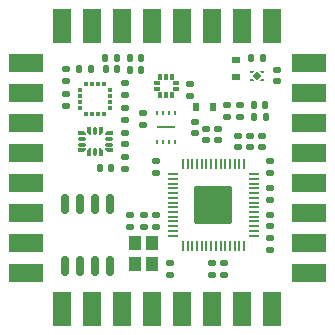
<source format=gts>
G04 #@! TF.GenerationSoftware,KiCad,Pcbnew,(6.0.5)*
G04 #@! TF.CreationDate,2022-08-03T23:35:42+05:30*
G04 #@! TF.ProjectId,picofusion,7069636f-6675-4736-996f-6e2e6b696361,rev?*
G04 #@! TF.SameCoordinates,Original*
G04 #@! TF.FileFunction,Soldermask,Top*
G04 #@! TF.FilePolarity,Negative*
%FSLAX46Y46*%
G04 Gerber Fmt 4.6, Leading zero omitted, Abs format (unit mm)*
G04 Created by KiCad (PCBNEW (6.0.5)) date 2022-08-03 23:35:42*
%MOMM*%
%LPD*%
G01*
G04 APERTURE LIST*
G04 Aperture macros list*
%AMRoundRect*
0 Rectangle with rounded corners*
0 $1 Rounding radius*
0 $2 $3 $4 $5 $6 $7 $8 $9 X,Y pos of 4 corners*
0 Add a 4 corners polygon primitive as box body*
4,1,4,$2,$3,$4,$5,$6,$7,$8,$9,$2,$3,0*
0 Add four circle primitives for the rounded corners*
1,1,$1+$1,$2,$3*
1,1,$1+$1,$4,$5*
1,1,$1+$1,$6,$7*
1,1,$1+$1,$8,$9*
0 Add four rect primitives between the rounded corners*
20,1,$1+$1,$2,$3,$4,$5,0*
20,1,$1+$1,$4,$5,$6,$7,0*
20,1,$1+$1,$6,$7,$8,$9,0*
20,1,$1+$1,$8,$9,$2,$3,0*%
%AMRotRect*
0 Rectangle, with rotation*
0 The origin of the aperture is its center*
0 $1 length*
0 $2 width*
0 $3 Rotation angle, in degrees counterclockwise*
0 Add horizontal line*
21,1,$1,$2,0,0,$3*%
%AMFreePoly0*
4,1,48,0.036020,0.199191,0.037970,0.199714,0.040958,0.198321,0.057086,0.195477,0.069630,0.184951,0.084467,0.178033,0.290533,-0.028033,0.293203,-0.031847,0.294953,-0.032857,0.296081,-0.035957,0.305473,-0.049370,0.306900,-0.065680,0.312500,-0.081066,0.312500,-0.125000,0.310782,-0.134742,0.311361,-0.138024,0.309695,-0.140910,0.307977,-0.150652,0.295451,-0.165579,0.285709,-0.182453,
0.279350,-0.184767,0.275000,-0.189952,0.255809,-0.193336,0.237500,-0.200000,-0.237500,-0.200000,-0.247242,-0.198282,-0.250524,-0.198861,-0.253410,-0.197195,-0.263152,-0.195477,-0.278079,-0.182951,-0.294953,-0.173209,-0.297267,-0.166850,-0.302452,-0.162500,-0.305836,-0.143309,-0.312500,-0.125000,-0.312500,0.125000,-0.310782,0.134742,-0.311361,0.138024,-0.309695,0.140910,-0.307977,0.150652,
-0.295451,0.165579,-0.285709,0.182453,-0.279350,0.184767,-0.275000,0.189952,-0.255809,0.193336,-0.237500,0.200000,0.031434,0.200000,0.036020,0.199191,0.036020,0.199191,$1*%
%AMFreePoly1*
4,1,48,0.247242,0.198282,0.250524,0.198861,0.253410,0.197195,0.263152,0.195477,0.278079,0.182951,0.294953,0.173209,0.297267,0.166850,0.302452,0.162500,0.305836,0.143309,0.312500,0.125000,0.312500,0.081066,0.311691,0.076480,0.312214,0.074529,0.310820,0.071540,0.307977,0.055414,0.297452,0.042871,0.290533,0.028033,0.084467,-0.178033,0.080653,-0.180703,0.079643,-0.182453,
0.076543,-0.183581,0.063130,-0.192973,0.046819,-0.194400,0.031434,-0.200000,-0.237500,-0.200000,-0.247242,-0.198282,-0.250524,-0.198861,-0.253410,-0.197195,-0.263152,-0.195477,-0.278079,-0.182951,-0.294953,-0.173209,-0.297267,-0.166850,-0.302452,-0.162500,-0.305836,-0.143309,-0.312500,-0.125000,-0.312500,0.125000,-0.310782,0.134742,-0.311361,0.138024,-0.309695,0.140910,-0.307977,0.150652,
-0.295451,0.165579,-0.285709,0.182453,-0.279350,0.184767,-0.275000,0.189952,-0.255809,0.193336,-0.237500,0.200000,0.237500,0.200000,0.247242,0.198282,0.247242,0.198282,$1*%
%AMFreePoly2*
4,1,48,0.134742,0.310782,0.138024,0.311361,0.140910,0.309695,0.150652,0.307977,0.165579,0.295451,0.182453,0.285709,0.184767,0.279350,0.189952,0.275000,0.193336,0.255809,0.200000,0.237500,0.200000,-0.237500,0.198282,-0.247242,0.198861,-0.250524,0.197195,-0.253410,0.195477,-0.263152,0.182951,-0.278079,0.173209,-0.294953,0.166850,-0.297267,0.162500,-0.302452,0.143309,-0.305836,
0.125000,-0.312500,-0.125000,-0.312500,-0.134742,-0.310782,-0.138024,-0.311361,-0.140910,-0.309695,-0.150652,-0.307977,-0.165579,-0.295451,-0.182453,-0.285709,-0.184767,-0.279350,-0.189952,-0.275000,-0.193336,-0.255809,-0.200000,-0.237500,-0.200000,0.031434,-0.199191,0.036020,-0.199714,0.037970,-0.198321,0.040958,-0.195477,0.057086,-0.184951,0.069630,-0.178033,0.084467,0.028033,0.290533,
0.031847,0.293203,0.032857,0.294953,0.035957,0.296081,0.049370,0.305473,0.065680,0.306900,0.081066,0.312500,0.125000,0.312500,0.134742,0.310782,0.134742,0.310782,$1*%
%AMFreePoly3*
4,1,48,-0.076480,0.311691,-0.074530,0.312214,-0.071542,0.310821,-0.055414,0.307977,-0.042870,0.297451,-0.028033,0.290533,0.178033,0.084467,0.180703,0.080653,0.182453,0.079643,0.183581,0.076543,0.192973,0.063130,0.194400,0.046820,0.200000,0.031434,0.200000,-0.237500,0.198282,-0.247242,0.198861,-0.250524,0.197195,-0.253410,0.195477,-0.263152,0.182951,-0.278079,0.173209,-0.294953,
0.166850,-0.297267,0.162500,-0.302452,0.143309,-0.305836,0.125000,-0.312500,-0.125000,-0.312500,-0.134742,-0.310782,-0.138024,-0.311361,-0.140910,-0.309695,-0.150652,-0.307977,-0.165579,-0.295451,-0.182453,-0.285709,-0.184767,-0.279350,-0.189952,-0.275000,-0.193336,-0.255809,-0.200000,-0.237500,-0.200000,0.237500,-0.198282,0.247242,-0.198861,0.250524,-0.197195,0.253410,-0.195477,0.263152,
-0.182951,0.278079,-0.173209,0.294953,-0.166850,0.297267,-0.162500,0.302452,-0.143309,0.305836,-0.125000,0.312500,-0.081066,0.312500,-0.076480,0.311691,-0.076480,0.311691,$1*%
%AMFreePoly4*
4,1,48,0.247242,0.198282,0.250524,0.198861,0.253410,0.197195,0.263152,0.195477,0.278079,0.182951,0.294953,0.173209,0.297267,0.166850,0.302452,0.162500,0.305836,0.143309,0.312500,0.125000,0.312500,-0.125000,0.310782,-0.134742,0.311361,-0.138024,0.309695,-0.140910,0.307977,-0.150652,0.295451,-0.165579,0.285709,-0.182453,0.279350,-0.184767,0.275000,-0.189952,0.255809,-0.193336,
0.237500,-0.200000,-0.031434,-0.200000,-0.036020,-0.199191,-0.037971,-0.199714,-0.040960,-0.198320,-0.057086,-0.195477,-0.069629,-0.184952,-0.084467,-0.178033,-0.290533,0.028033,-0.293203,0.031847,-0.294953,0.032857,-0.296081,0.035957,-0.305473,0.049370,-0.306900,0.065681,-0.312500,0.081066,-0.312500,0.125000,-0.310782,0.134742,-0.311361,0.138024,-0.309695,0.140910,-0.307977,0.150652,
-0.295451,0.165579,-0.285709,0.182453,-0.279350,0.184767,-0.275000,0.189952,-0.255809,0.193336,-0.237500,0.200000,0.237500,0.200000,0.247242,0.198282,0.247242,0.198282,$1*%
%AMFreePoly5*
4,1,48,0.247242,0.198282,0.250524,0.198861,0.253410,0.197195,0.263152,0.195477,0.278079,0.182951,0.294953,0.173209,0.297267,0.166850,0.302452,0.162500,0.305836,0.143309,0.312500,0.125000,0.312500,-0.125000,0.310782,-0.134742,0.311361,-0.138024,0.309695,-0.140910,0.307977,-0.150652,0.295451,-0.165579,0.285709,-0.182453,0.279350,-0.184767,0.275000,-0.189952,0.255809,-0.193336,
0.237500,-0.200000,-0.237500,-0.200000,-0.247242,-0.198282,-0.250524,-0.198861,-0.253410,-0.197195,-0.263152,-0.195477,-0.278079,-0.182951,-0.294953,-0.173209,-0.297267,-0.166850,-0.302452,-0.162500,-0.305836,-0.143309,-0.312500,-0.125000,-0.312500,-0.081066,-0.311691,-0.076480,-0.312214,-0.074530,-0.310821,-0.071542,-0.307977,-0.055414,-0.297451,-0.042870,-0.290533,-0.028033,-0.084467,0.178033,
-0.080653,0.180703,-0.079643,0.182453,-0.076543,0.183581,-0.063130,0.192973,-0.046820,0.194400,-0.031434,0.200000,0.237500,0.200000,0.247242,0.198282,0.247242,0.198282,$1*%
%AMFreePoly6*
4,1,48,0.134742,0.310782,0.138024,0.311361,0.140910,0.309695,0.150652,0.307977,0.165579,0.295451,0.182453,0.285709,0.184767,0.279350,0.189952,0.275000,0.193336,0.255809,0.200000,0.237500,0.200000,-0.031434,0.199191,-0.036020,0.199714,-0.037971,0.198320,-0.040960,0.195477,-0.057086,0.184952,-0.069629,0.178033,-0.084467,-0.028033,-0.290533,-0.031847,-0.293203,-0.032857,-0.294953,
-0.035957,-0.296081,-0.049370,-0.305473,-0.065681,-0.306900,-0.081066,-0.312500,-0.125000,-0.312500,-0.134742,-0.310782,-0.138024,-0.311361,-0.140910,-0.309695,-0.150652,-0.307977,-0.165579,-0.295451,-0.182453,-0.285709,-0.184767,-0.279350,-0.189952,-0.275000,-0.193336,-0.255809,-0.200000,-0.237500,-0.200000,0.237500,-0.198282,0.247242,-0.198861,0.250524,-0.197195,0.253410,-0.195477,0.263152,
-0.182951,0.278079,-0.173209,0.294953,-0.166850,0.297267,-0.162500,0.302452,-0.143309,0.305836,-0.125000,0.312500,0.125000,0.312500,0.134742,0.310782,0.134742,0.310782,$1*%
%AMFreePoly7*
4,1,48,0.134742,0.310782,0.138024,0.311361,0.140910,0.309695,0.150652,0.307977,0.165579,0.295451,0.182453,0.285709,0.184767,0.279350,0.189952,0.275000,0.193336,0.255809,0.200000,0.237500,0.200000,-0.237500,0.198282,-0.247242,0.198861,-0.250524,0.197195,-0.253410,0.195477,-0.263152,0.182951,-0.278079,0.173209,-0.294953,0.166850,-0.297267,0.162500,-0.302452,0.143309,-0.305836,
0.125000,-0.312500,0.081066,-0.312500,0.076480,-0.311691,0.074529,-0.312214,0.071540,-0.310820,0.055414,-0.307977,0.042871,-0.297452,0.028033,-0.290533,-0.178033,-0.084467,-0.180703,-0.080653,-0.182453,-0.079643,-0.183581,-0.076543,-0.192973,-0.063130,-0.194400,-0.046819,-0.200000,-0.031434,-0.200000,0.237500,-0.198282,0.247242,-0.198861,0.250524,-0.197195,0.253410,-0.195477,0.263152,
-0.182951,0.278079,-0.173209,0.294953,-0.166850,0.297267,-0.162500,0.302452,-0.143309,0.305836,-0.125000,0.312500,0.125000,0.312500,0.134742,0.310782,0.134742,0.310782,$1*%
%AMFreePoly8*
4,1,6,0.180000,0.075000,0.000000,-0.105000,-0.180000,-0.105000,-0.180000,0.105000,0.180000,0.105000,0.180000,0.075000,0.180000,0.075000,$1*%
%AMFreePoly9*
4,1,6,0.180000,-0.105000,-0.180000,-0.105000,-0.180000,-0.075000,0.000000,0.105000,0.180000,0.105000,0.180000,-0.105000,0.180000,-0.105000,$1*%
%AMFreePoly10*
4,1,6,0.180000,-0.075000,0.180000,-0.105000,-0.180000,-0.105000,-0.180000,0.105000,0.000000,0.105000,0.180000,-0.075000,0.180000,-0.075000,$1*%
%AMFreePoly11*
4,1,6,0.180000,-0.105000,0.000000,-0.105000,-0.180000,0.075000,-0.180000,0.105000,0.180000,0.105000,0.180000,-0.105000,0.180000,-0.105000,$1*%
G04 Aperture macros list end*
%ADD10RoundRect,0.140000X-0.140000X-0.170000X0.140000X-0.170000X0.140000X0.170000X-0.140000X0.170000X0*%
%ADD11RoundRect,0.135000X-0.135000X-0.185000X0.135000X-0.185000X0.135000X0.185000X-0.135000X0.185000X0*%
%ADD12RoundRect,0.140000X0.170000X-0.140000X0.170000X0.140000X-0.170000X0.140000X-0.170000X-0.140000X0*%
%ADD13RoundRect,0.147500X0.147500X0.172500X-0.147500X0.172500X-0.147500X-0.172500X0.147500X-0.172500X0*%
%ADD14R,0.600000X0.700000*%
%ADD15R,1.600000X0.200000*%
%ADD16R,0.250000X0.300000*%
%ADD17C,1.350000*%
%ADD18R,1.600000X3.000000*%
%ADD19O,1.350000X1.350000*%
%ADD20RoundRect,0.140000X-0.170000X0.140000X-0.170000X-0.140000X0.170000X-0.140000X0.170000X0.140000X0*%
%ADD21R,0.450000X0.300000*%
%ADD22R,0.300000X0.450000*%
%ADD23FreePoly0,0.000000*%
%ADD24RoundRect,0.100000X-0.212500X-0.100000X0.212500X-0.100000X0.212500X0.100000X-0.212500X0.100000X0*%
%ADD25FreePoly1,0.000000*%
%ADD26FreePoly2,0.000000*%
%ADD27RoundRect,0.100000X-0.100000X-0.212500X0.100000X-0.212500X0.100000X0.212500X-0.100000X0.212500X0*%
%ADD28FreePoly3,0.000000*%
%ADD29FreePoly4,0.000000*%
%ADD30FreePoly5,0.000000*%
%ADD31FreePoly6,0.000000*%
%ADD32FreePoly7,0.000000*%
%ADD33R,3.000000X1.600000*%
%ADD34RoundRect,0.135000X0.185000X-0.135000X0.185000X0.135000X-0.185000X0.135000X-0.185000X-0.135000X0*%
%ADD35FreePoly8,0.000000*%
%ADD36FreePoly9,0.000000*%
%ADD37FreePoly10,0.000000*%
%ADD38FreePoly11,0.000000*%
%ADD39RotRect,0.480000X0.480000X45.000000*%
%ADD40RoundRect,0.014000X-0.181000X-0.161000X0.181000X-0.161000X0.181000X0.161000X-0.181000X0.161000X0*%
%ADD41RoundRect,0.017500X-0.157500X-0.177500X0.157500X-0.177500X0.157500X0.177500X-0.157500X0.177500X0*%
%ADD42RoundRect,0.135000X-0.185000X0.135000X-0.185000X-0.135000X0.185000X-0.135000X0.185000X0.135000X0*%
%ADD43RoundRect,0.135000X0.135000X0.185000X-0.135000X0.185000X-0.135000X-0.185000X0.135000X-0.185000X0*%
%ADD44R,1.000000X1.150000*%
%ADD45RoundRect,0.140000X0.140000X0.170000X-0.140000X0.170000X-0.140000X-0.170000X0.140000X-0.170000X0*%
%ADD46RoundRect,0.150000X0.150000X-0.675000X0.150000X0.675000X-0.150000X0.675000X-0.150000X-0.675000X0*%
%ADD47RoundRect,0.050000X-0.387500X-0.050000X0.387500X-0.050000X0.387500X0.050000X-0.387500X0.050000X0*%
%ADD48RoundRect,0.050000X-0.050000X-0.387500X0.050000X-0.387500X0.050000X0.387500X-0.050000X0.387500X0*%
%ADD49RoundRect,0.144000X-1.456000X-1.456000X1.456000X-1.456000X1.456000X1.456000X-1.456000X1.456000X0*%
%ADD50R,0.700000X0.600000*%
G04 APERTURE END LIST*
D10*
G04 #@! TO.C,C11*
X156820000Y-30700000D03*
X157780000Y-30700000D03*
G04 #@! TD*
D11*
G04 #@! TO.C,R9*
X152545000Y-31687500D03*
X153565000Y-31687500D03*
G04 #@! TD*
D12*
G04 #@! TO.C,C17*
X156400000Y-40107500D03*
X156400000Y-39147500D03*
G04 #@! TD*
G04 #@! TO.C,C1*
X162300000Y-37100000D03*
X162300000Y-36140000D03*
G04 #@! TD*
D13*
G04 #@! TO.C,D2*
X168285000Y-34700000D03*
X167315000Y-34700000D03*
G04 #@! TD*
D12*
G04 #@! TO.C,C10*
X163300000Y-37680000D03*
X163300000Y-36720000D03*
G04 #@! TD*
D14*
G04 #@! TO.C,D1*
X163850000Y-34850000D03*
X162450000Y-34850000D03*
G04 #@! TD*
D15*
G04 #@! TO.C,U1*
X159900000Y-36600000D03*
D16*
X159150000Y-37800000D03*
X159650000Y-37800000D03*
X160150000Y-37800000D03*
X160650000Y-37800000D03*
X160650000Y-35400000D03*
X160150000Y-35400000D03*
X159650000Y-35400000D03*
X159150000Y-35400000D03*
G04 #@! TD*
D17*
G04 #@! TO.C,J4*
X151110000Y-52750000D03*
X151110000Y-51250000D03*
D18*
X151110000Y-52000000D03*
D19*
X153650000Y-52750000D03*
D18*
X153650000Y-52000000D03*
D19*
X153650000Y-51250000D03*
D18*
X156190000Y-51976000D03*
D19*
X156190000Y-51226000D03*
X156190000Y-52726000D03*
X158730000Y-51250000D03*
X158730000Y-52750000D03*
D18*
X158730000Y-52000000D03*
D19*
X161270000Y-51250000D03*
X161270000Y-52750000D03*
D18*
X161270000Y-52000000D03*
D19*
X163810000Y-51250000D03*
X163810000Y-52750000D03*
D18*
X163810000Y-52000000D03*
X166350000Y-52000000D03*
D19*
X166350000Y-52750000D03*
X166350000Y-51250000D03*
X168890000Y-52750000D03*
D18*
X168890000Y-52000000D03*
D19*
X168890000Y-51250000D03*
G04 #@! TD*
D20*
G04 #@! TO.C,C4*
X157900000Y-35400000D03*
X157900000Y-36360000D03*
G04 #@! TD*
D12*
G04 #@! TO.C,C5*
X157985600Y-44996800D03*
X157985600Y-44036800D03*
G04 #@! TD*
G04 #@! TO.C,C27*
X156817200Y-44996800D03*
X156817200Y-44036800D03*
G04 #@! TD*
G04 #@! TO.C,C25*
X168000000Y-38300000D03*
X168000000Y-37340000D03*
G04 #@! TD*
D21*
G04 #@! TO.C,U5*
X152600000Y-33437500D03*
X152600000Y-33937500D03*
X152600000Y-34437500D03*
X152600000Y-34937500D03*
D22*
X153125000Y-35462500D03*
X153625000Y-35462500D03*
X154125000Y-35462500D03*
X154625000Y-35462500D03*
D21*
X155150000Y-34937500D03*
X155150000Y-34437500D03*
X155150000Y-33937500D03*
X155150000Y-33437500D03*
D22*
X154625000Y-32912500D03*
X154125000Y-32912500D03*
X153625000Y-32912500D03*
X153125000Y-32912500D03*
G04 #@! TD*
D23*
G04 #@! TO.C,U4*
X152737500Y-37050000D03*
D24*
X152737500Y-37550000D03*
X152737500Y-38050000D03*
D25*
X152737500Y-38550000D03*
D26*
X153400000Y-38712500D03*
D27*
X153900000Y-38712500D03*
D28*
X154400000Y-38712500D03*
D29*
X155062500Y-38550000D03*
D24*
X155062500Y-38050000D03*
X155062500Y-37550000D03*
D30*
X155062500Y-37050000D03*
D31*
X154400000Y-36887500D03*
D27*
X153900000Y-36887500D03*
D32*
X153400000Y-36887500D03*
G04 #@! TD*
D17*
G04 #@! TO.C,J2*
X171250000Y-31110000D03*
X172750000Y-31110000D03*
D33*
X172000000Y-31110000D03*
X172000000Y-33650000D03*
D19*
X172750000Y-33650000D03*
X171250000Y-33650000D03*
X172774000Y-36190000D03*
D33*
X172024000Y-36190000D03*
D19*
X171274000Y-36190000D03*
X172750000Y-38730000D03*
X171250000Y-38730000D03*
D33*
X172000000Y-38730000D03*
D19*
X172750000Y-41270000D03*
X171250000Y-41270000D03*
D33*
X172000000Y-41270000D03*
D19*
X172750000Y-43810000D03*
D33*
X172000000Y-43810000D03*
D19*
X171250000Y-43810000D03*
D33*
X172000000Y-46350000D03*
D19*
X172750000Y-46350000D03*
X171250000Y-46350000D03*
D33*
X172000000Y-48890000D03*
D19*
X172750000Y-48890000D03*
X171250000Y-48890000D03*
G04 #@! TD*
D20*
G04 #@! TO.C,C9*
X163800000Y-48120000D03*
X163800000Y-49080000D03*
G04 #@! TD*
G04 #@! TO.C,C18*
X156400000Y-37067500D03*
X156400000Y-38027500D03*
G04 #@! TD*
D34*
G04 #@! TO.C,R2*
X165057500Y-35700000D03*
X165057500Y-34680000D03*
G04 #@! TD*
D12*
G04 #@! TO.C,C26*
X164300000Y-37680000D03*
X164300000Y-36720000D03*
G04 #@! TD*
D20*
G04 #@! TO.C,C8*
X160200000Y-48120000D03*
X160200000Y-49080000D03*
G04 #@! TD*
D35*
G04 #@! TO.C,U3*
X167140000Y-31900000D03*
D36*
X168000000Y-32550000D03*
D37*
X167140000Y-32550000D03*
D38*
X168000000Y-31900000D03*
D39*
X167570000Y-32225000D03*
G04 #@! TD*
D12*
G04 #@! TO.C,C20*
X156400000Y-33827500D03*
X156400000Y-32867500D03*
G04 #@! TD*
D20*
G04 #@! TO.C,C6*
X159000000Y-44036800D03*
X159000000Y-44996800D03*
G04 #@! TD*
D40*
G04 #@! TO.C,U6*
X159130000Y-32850000D03*
X159130000Y-33350000D03*
D41*
X159410000Y-33880000D03*
X159910000Y-33880000D03*
X160410000Y-33880000D03*
D40*
X160690000Y-33350000D03*
X160690000Y-32850000D03*
D41*
X160410000Y-32320000D03*
X159910000Y-32320000D03*
X159410000Y-32320000D03*
G04 #@! TD*
D12*
G04 #@! TO.C,C14*
X169270000Y-32705000D03*
X169270000Y-31745000D03*
G04 #@! TD*
D42*
G04 #@! TO.C,R8*
X151400000Y-31637500D03*
X151400000Y-32657500D03*
G04 #@! TD*
D34*
G04 #@! TO.C,R7*
X156400000Y-35957500D03*
X156400000Y-34937500D03*
G04 #@! TD*
D10*
G04 #@! TO.C,C16*
X167090000Y-30725000D03*
X168050000Y-30725000D03*
G04 #@! TD*
D17*
G04 #@! TO.C,J3*
X147250000Y-31110000D03*
D33*
X148000000Y-31110000D03*
D17*
X148750000Y-31110000D03*
D33*
X148000000Y-33650000D03*
D19*
X147250000Y-33650000D03*
X148750000Y-33650000D03*
X148774000Y-36190000D03*
X147274000Y-36190000D03*
D33*
X148024000Y-36190000D03*
X148000000Y-38730000D03*
D19*
X147250000Y-38730000D03*
X148750000Y-38730000D03*
D33*
X148000000Y-41270000D03*
D19*
X148750000Y-41270000D03*
X147250000Y-41270000D03*
X148750000Y-43810000D03*
D33*
X148000000Y-43810000D03*
D19*
X147250000Y-43810000D03*
X147250000Y-46350000D03*
X148750000Y-46350000D03*
D33*
X148000000Y-46350000D03*
D19*
X147250000Y-48890000D03*
X148750000Y-48890000D03*
D33*
X148000000Y-48890000D03*
G04 #@! TD*
D10*
G04 #@! TO.C,C21*
X154757500Y-31687500D03*
X155717500Y-31687500D03*
G04 #@! TD*
D20*
G04 #@! TO.C,C15*
X168680000Y-44020000D03*
X168680000Y-44980000D03*
G04 #@! TD*
D42*
G04 #@! TO.C,R5*
X168680000Y-45990000D03*
X168680000Y-47010000D03*
G04 #@! TD*
D12*
G04 #@! TO.C,C7*
X159000000Y-40432500D03*
X159000000Y-39472500D03*
G04 #@! TD*
G04 #@! TO.C,C12*
X151400000Y-34767500D03*
X151400000Y-33807500D03*
G04 #@! TD*
D17*
G04 #@! TO.C,J1*
X151110000Y-27250000D03*
X151110000Y-28750000D03*
D18*
X151110000Y-28000000D03*
D19*
X153650000Y-28750000D03*
D18*
X153650000Y-28000000D03*
D19*
X153650000Y-27250000D03*
X156190000Y-27226000D03*
D18*
X156190000Y-27976000D03*
D19*
X156190000Y-28726000D03*
D18*
X158730000Y-28000000D03*
D19*
X158730000Y-27250000D03*
X158730000Y-28750000D03*
D18*
X161270000Y-28000000D03*
D19*
X161270000Y-27250000D03*
X161270000Y-28750000D03*
X163810000Y-28750000D03*
D18*
X163810000Y-28000000D03*
D19*
X163810000Y-27250000D03*
X166350000Y-28750000D03*
D18*
X166350000Y-28000000D03*
D19*
X166350000Y-27250000D03*
X168890000Y-27250000D03*
D18*
X168890000Y-28000000D03*
D19*
X168890000Y-28750000D03*
G04 #@! TD*
D12*
G04 #@! TO.C,C13*
X167000000Y-38300000D03*
X167000000Y-37340000D03*
G04 #@! TD*
D34*
G04 #@! TO.C,R4*
X168690000Y-42710000D03*
X168690000Y-41690000D03*
G04 #@! TD*
D43*
G04 #@! TO.C,R6*
X168310000Y-35700000D03*
X167290000Y-35700000D03*
G04 #@! TD*
D10*
G04 #@! TO.C,C19*
X154260000Y-40077500D03*
X155220000Y-40077500D03*
G04 #@! TD*
D12*
G04 #@! TO.C,C24*
X168680000Y-40432500D03*
X168680000Y-39472500D03*
G04 #@! TD*
D20*
G04 #@! TO.C,C22*
X161900000Y-32960000D03*
X161900000Y-33920000D03*
G04 #@! TD*
D44*
G04 #@! TO.C,Y1*
X157260000Y-46425000D03*
X157260000Y-48175000D03*
X158660000Y-48175000D03*
X158660000Y-46425000D03*
G04 #@! TD*
D45*
G04 #@! TO.C,C23*
X157780000Y-31700000D03*
X156820000Y-31700000D03*
G04 #@! TD*
D20*
G04 #@! TO.C,C2*
X164800000Y-48120000D03*
X164800000Y-49080000D03*
G04 #@! TD*
D46*
G04 #@! TO.C,U7*
X151295000Y-48325000D03*
X152565000Y-48325000D03*
X153835000Y-48325000D03*
X155105000Y-48325000D03*
X155105000Y-43075000D03*
X153835000Y-43075000D03*
X152565000Y-43075000D03*
X151295000Y-43075000D03*
G04 #@! TD*
D11*
G04 #@! TO.C,R1*
X154727500Y-30700000D03*
X155747500Y-30700000D03*
G04 #@! TD*
D12*
G04 #@! TO.C,C3*
X166000000Y-38300000D03*
X166000000Y-37340000D03*
G04 #@! TD*
D47*
G04 #@! TO.C,U2*
X160462500Y-40562500D03*
X160462500Y-40962500D03*
X160462500Y-41362500D03*
X160462500Y-41762500D03*
X160462500Y-42162500D03*
X160462500Y-42562500D03*
X160462500Y-42962500D03*
X160462500Y-43362500D03*
X160462500Y-43762500D03*
X160462500Y-44162500D03*
X160462500Y-44562500D03*
X160462500Y-44962500D03*
X160462500Y-45362500D03*
X160462500Y-45762500D03*
D48*
X161300000Y-46600000D03*
X161700000Y-46600000D03*
X162100000Y-46600000D03*
X162500000Y-46600000D03*
X162900000Y-46600000D03*
X163300000Y-46600000D03*
X163700000Y-46600000D03*
X164100000Y-46600000D03*
X164500000Y-46600000D03*
X164900000Y-46600000D03*
X165300000Y-46600000D03*
X165700000Y-46600000D03*
X166100000Y-46600000D03*
X166500000Y-46600000D03*
D47*
X167337500Y-45762500D03*
X167337500Y-45362500D03*
X167337500Y-44962500D03*
X167337500Y-44562500D03*
X167337500Y-44162500D03*
X167337500Y-43762500D03*
X167337500Y-43362500D03*
X167337500Y-42962500D03*
X167337500Y-42562500D03*
X167337500Y-42162500D03*
X167337500Y-41762500D03*
X167337500Y-41362500D03*
X167337500Y-40962500D03*
X167337500Y-40562500D03*
D48*
X166500000Y-39725000D03*
X166100000Y-39725000D03*
X165700000Y-39725000D03*
X165300000Y-39725000D03*
X164900000Y-39725000D03*
X164500000Y-39725000D03*
X164100000Y-39725000D03*
X163700000Y-39725000D03*
X163300000Y-39725000D03*
X162900000Y-39725000D03*
X162500000Y-39725000D03*
X162100000Y-39725000D03*
X161700000Y-39725000D03*
X161300000Y-39725000D03*
D49*
X163900000Y-43162500D03*
G04 #@! TD*
D34*
G04 #@! TO.C,R3*
X166120000Y-35700000D03*
X166120000Y-34680000D03*
G04 #@! TD*
D50*
G04 #@! TO.C,D3*
X165800000Y-30900000D03*
X165800000Y-32300000D03*
G04 #@! TD*
M02*

</source>
